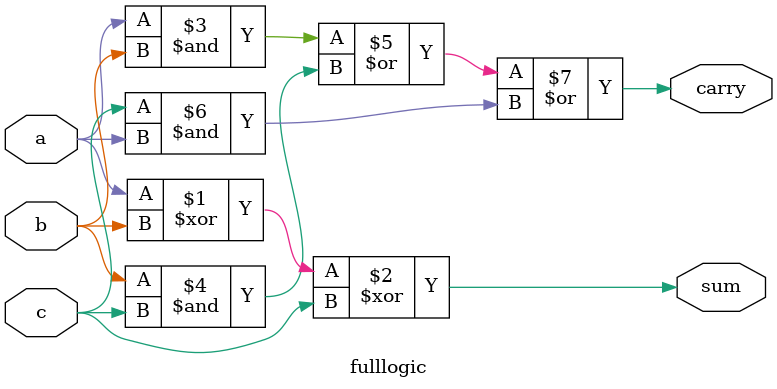
<source format=v>
`timescale 1ns / 1ps


module fulllogic(sum,carry,a,b,c);
    input a,b,c;
    output sum,carry;
    
    //Data flow model
    //sum
    assign sum=a^b^c;
    
    //carry
    assign carry=(a&b)|(b&c)|(c&a);
    
endmodule

</source>
